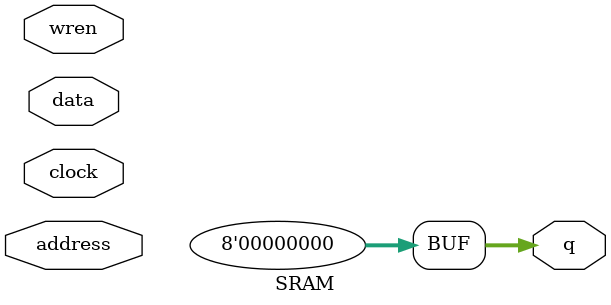
<source format=v>
module SRAM(	// file.cleaned.mlir:2:3
  input  [14:0] address,	// file.cleaned.mlir:2:22
  input         clock,	// file.cleaned.mlir:2:41
  input  [7:0]  data,	// file.cleaned.mlir:2:57
  input         wren,	// file.cleaned.mlir:2:72
  output [7:0]  q	// file.cleaned.mlir:2:88
);

  assign q = 8'h0;	// file.cleaned.mlir:3:14, :4:5
endmodule


</source>
